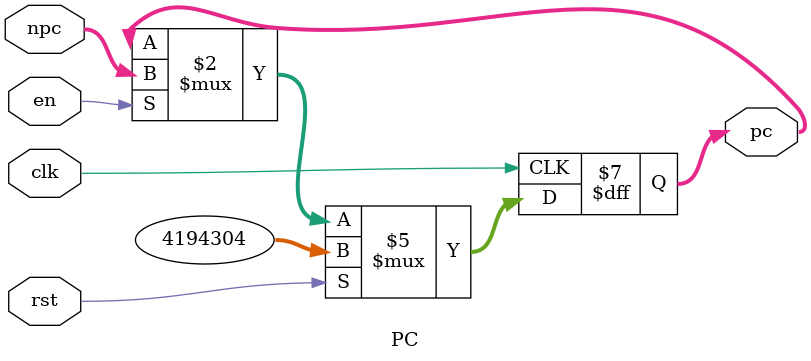
<source format=v>


module PC (
    input                   [ 0 : 0]            clk,
    input                   [ 0 : 0]            rst,
    input                   [ 0 : 0]            en,
    output      reg         [31 : 0]            pc,
    input                   [31 : 0]            npc
);

always @(posedge clk) begin
    if(rst)
        pc<=32'H00400000;
    else if (en) begin
        pc<=npc;
    end
end

endmodule

</source>
